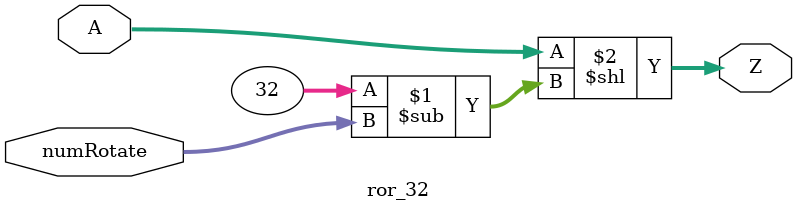
<source format=v>
module ror_32(input [31:0] A, numRotate, output [31:0] Z);
    
	 assign Z[31:0] = {A >> numRotate, A << (32 - numRotate)}; 
	 
endmodule 
</source>
